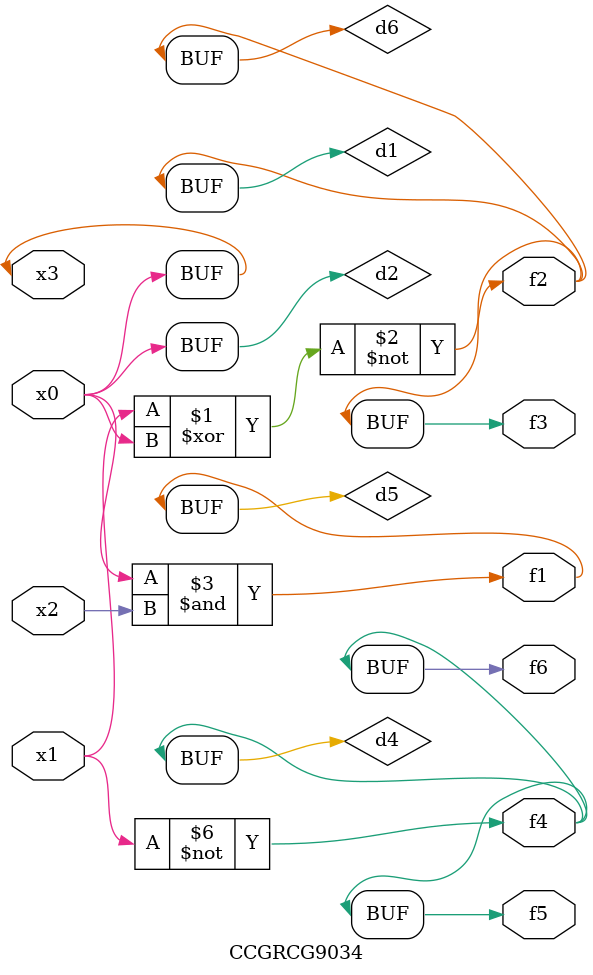
<source format=v>
module CCGRCG9034(
	input x0, x1, x2, x3,
	output f1, f2, f3, f4, f5, f6
);

	wire d1, d2, d3, d4, d5, d6;

	xnor (d1, x1, x3);
	buf (d2, x0, x3);
	nand (d3, x0, x2);
	not (d4, x1);
	nand (d5, d3);
	or (d6, d1);
	assign f1 = d5;
	assign f2 = d6;
	assign f3 = d6;
	assign f4 = d4;
	assign f5 = d4;
	assign f6 = d4;
endmodule

</source>
